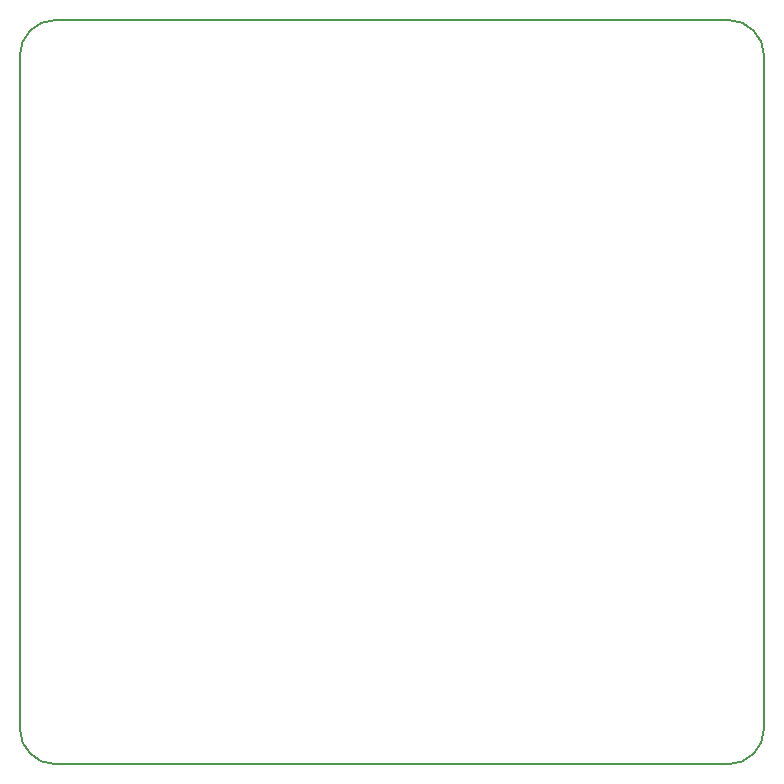
<source format=gm1>
G04 #@! TF.GenerationSoftware,KiCad,Pcbnew,7.0.8*
G04 #@! TF.CreationDate,2024-05-09T20:38:46-03:00*
G04 #@! TF.ProjectId,lamp_module_x2,6c616d70-5f6d-46f6-9475-6c655f78322e,1.1*
G04 #@! TF.SameCoordinates,Original*
G04 #@! TF.FileFunction,Profile,NP*
%FSLAX46Y46*%
G04 Gerber Fmt 4.6, Leading zero omitted, Abs format (unit mm)*
G04 Created by KiCad (PCBNEW 7.0.8) date 2024-05-09 20:38:46*
%MOMM*%
%LPD*%
G01*
G04 APERTURE LIST*
G04 #@! TA.AperFunction,Profile*
%ADD10C,0.200000*%
G04 #@! TD*
G04 APERTURE END LIST*
D10*
X116840000Y-50918154D02*
G75*
G03*
X113840000Y-53918154I-80J-2999920D01*
G01*
X176840001Y-53918100D02*
G75*
G03*
X173840000Y-50918100I-2999922J78D01*
G01*
X113839999Y-110918153D02*
G75*
G03*
X116840000Y-113918154I2999922J-79D01*
G01*
X116840000Y-50918100D02*
X173840000Y-50918100D01*
X113840000Y-110918154D02*
X113840000Y-53918154D01*
X116840000Y-113918154D02*
X173840000Y-113918154D01*
X176840000Y-53918100D02*
X176840000Y-110918153D01*
X173840000Y-113918199D02*
G75*
G03*
X176840000Y-110918153I0J3000000D01*
G01*
M02*

</source>
